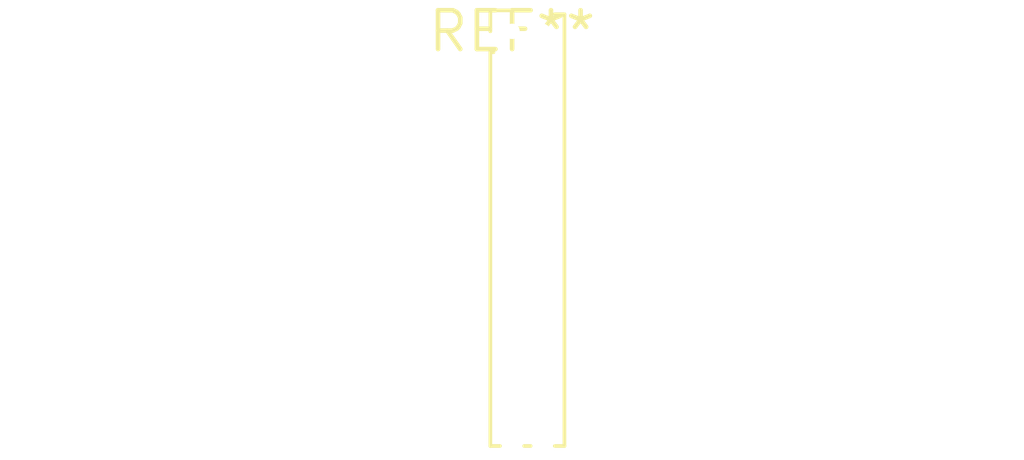
<source format=kicad_pcb>
(kicad_pcb (version 20240108) (generator pcbnew)
  (layers (0 "F.Cu" signal) (31 "B.Cu" signal) (34 "B.Paste" user) (35 "F.Paste" user) (36 "B.SilkS" user "B.Silkscreen") (37 "F.SilkS" user "F.Silkscreen") (38 "B.Mask" user) (39 "F.Mask" user) (44 "Edge.Cuts" user))
  (net 0 "")
  (footprint "PinHeader_2x14_P1.00mm_Vertical" (layer "F.Cu") (at 0 0)
    (property "Reference" "REF**")
    (property "Value" "PinHeader_2x14_P1.00mm_Vertical")
    (fp_line (start -0.71 -0.685) (end 0 -0.685) (layer "F.SilkS") (stroke (width 0.12)))
    (fp_line (start -0.71 0) (end -0.71 -0.685) (layer "F.SilkS") (stroke (width 0.12)))
    (fp_line (start -0.71 0.685) (end -0.71 13.56) (layer "F.SilkS") (stroke (width 0.12)))
    (fp_line (start -0.71 0.685) (end -0.608276 0.685) (layer "F.SilkS") (stroke (width 0.12)))
    (fp_line (start -0.71 13.56) (end -0.394493 13.56) (layer "F.SilkS") (stroke (width 0.12)))
    (fp_line (start 0.394493 13.56) (end 0.605507 13.56) (layer "F.SilkS") (stroke (width 0.12)))
    (fp_line (start 1.394493 -0.56) (end 1.71 -0.56) (layer "F.SilkS") (stroke (width 0.12)))
    (fp_line (start 1.394493 13.56) (end 1.71 13.56) (layer "F.SilkS") (stroke (width 0.12)))
    (fp_line (start 1.71 -0.56) (end 1.71 13.56) (layer "F.SilkS") (stroke (width 0.12)))
    (pad "1" thru_hole rect (at 0 0) (size 0.85 0.85) (drill 0.5) (layers *.Cu *.Mask) (remove_unused_layers))
    (pad "2" thru_hole oval (at 1 0) (size 0.85 0.85) (drill 0.5) (layers *.Cu *.Mask) (remove_unused_layers))
    (pad "3" thru_hole oval (at 0 1) (size 0.85 0.85) (drill 0.5) (layers *.Cu *.Mask) (remove_unused_layers))
    (pad "4" thru_hole oval (at 1 1) (size 0.85 0.85) (drill 0.5) (layers *.Cu *.Mask) (remove_unused_layers))
    (pad "5" thru_hole oval (at 0 2) (size 0.85 0.85) (drill 0.5) (layers *.Cu *.Mask) (remove_unused_layers))
    (pad "6" thru_hole oval (at 1 2) (size 0.85 0.85) (drill 0.5) (layers *.Cu *.Mask) (remove_unused_layers))
    (pad "7" thru_hole oval (at 0 3) (size 0.85 0.85) (drill 0.5) (layers *.Cu *.Mask) (remove_unused_layers))
    (pad "8" thru_hole oval (at 1 3) (size 0.85 0.85) (drill 0.5) (layers *.Cu *.Mask) (remove_unused_layers))
    (pad "9" thru_hole oval (at 0 4) (size 0.85 0.85) (drill 0.5) (layers *.Cu *.Mask) (remove_unused_layers))
    (pad "10" thru_hole oval (at 1 4) (size 0.85 0.85) (drill 0.5) (layers *.Cu *.Mask) (remove_unused_layers))
    (pad "11" thru_hole oval (at 0 5) (size 0.85 0.85) (drill 0.5) (layers *.Cu *.Mask) (remove_unused_layers))
    (pad "12" thru_hole oval (at 1 5) (size 0.85 0.85) (drill 0.5) (layers *.Cu *.Mask) (remove_unused_layers))
    (pad "13" thru_hole oval (at 0 6) (size 0.85 0.85) (drill 0.5) (layers *.Cu *.Mask) (remove_unused_layers))
    (pad "14" thru_hole oval (at 1 6) (size 0.85 0.85) (drill 0.5) (layers *.Cu *.Mask) (remove_unused_layers))
    (pad "15" thru_hole oval (at 0 7) (size 0.85 0.85) (drill 0.5) (layers *.Cu *.Mask) (remove_unused_layers))
    (pad "16" thru_hole oval (at 1 7) (size 0.85 0.85) (drill 0.5) (layers *.Cu *.Mask) (remove_unused_layers))
    (pad "17" thru_hole oval (at 0 8) (size 0.85 0.85) (drill 0.5) (layers *.Cu *.Mask) (remove_unused_layers))
    (pad "18" thru_hole oval (at 1 8) (size 0.85 0.85) (drill 0.5) (layers *.Cu *.Mask) (remove_unused_layers))
    (pad "19" thru_hole oval (at 0 9) (size 0.85 0.85) (drill 0.5) (layers *.Cu *.Mask) (remove_unused_layers))
    (pad "20" thru_hole oval (at 1 9) (size 0.85 0.85) (drill 0.5) (layers *.Cu *.Mask) (remove_unused_layers))
    (pad "21" thru_hole oval (at 0 10) (size 0.85 0.85) (drill 0.5) (layers *.Cu *.Mask) (remove_unused_layers))
    (pad "22" thru_hole oval (at 1 10) (size 0.85 0.85) (drill 0.5) (layers *.Cu *.Mask) (remove_unused_layers))
    (pad "23" thru_hole oval (at 0 11) (size 0.85 0.85) (drill 0.5) (layers *.Cu *.Mask) (remove_unused_layers))
    (pad "24" thru_hole oval (at 1 11) (size 0.85 0.85) (drill 0.5) (layers *.Cu *.Mask) (remove_unused_layers))
    (pad "25" thru_hole oval (at 0 12) (size 0.85 0.85) (drill 0.5) (layers *.Cu *.Mask) (remove_unused_layers))
    (pad "26" thru_hole oval (at 1 12) (size 0.85 0.85) (drill 0.5) (layers *.Cu *.Mask) (remove_unused_layers))
    (pad "27" thru_hole oval (at 0 13) (size 0.85 0.85) (drill 0.5) (layers *.Cu *.Mask) (remove_unused_layers))
    (pad "28" thru_hole oval (at 1 13) (size 0.85 0.85) (drill 0.5) (layers *.Cu *.Mask) (remove_unused_layers))
  )
)
</source>
